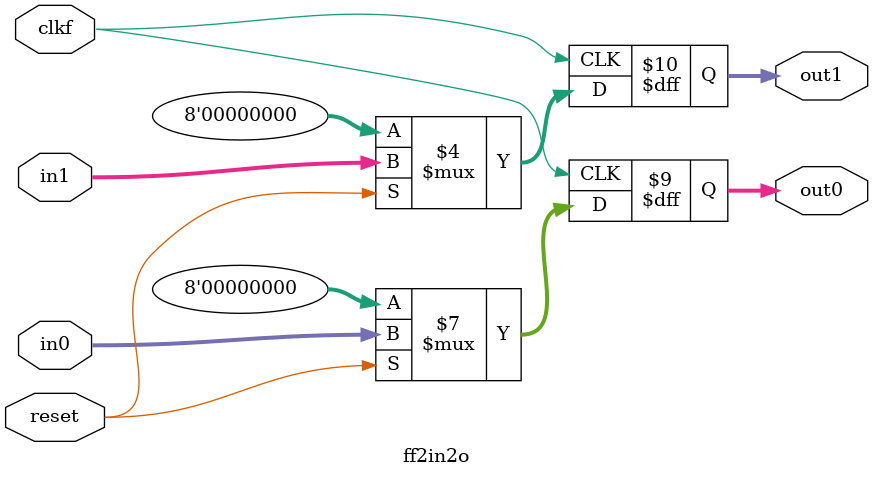
<source format=v>

`ifndef FF2IN20
`define FF2IN20

  module ff2in2o(
      input wire clkf,
      input wire reset,
      // Inputs, are 2
      input wire [7:0] in0,
      input wire [7:0] in1,
      // Outputs, are 2
      output reg [7:0] out0,
      output reg [7:0] out1
  );
  // Each positive edge of the clock make these changes
  always @(posedge clkf)
  //If this happens on a positive edge of the clock, make the following changes for the next clock edge
  begin
    // Reset synchronous
    if (reset == 0) // If reset in LOW nonblobking assing zero
    begin
      out0 <= 0;
      out1 <= 0;
    end // end if
    else begin // reset  == 1
      out0 <= in0;
      out1 <= in1;
    end // end else
  end // end always posedge clk

endmodule


  // Local Variables:
  // verilog-library-directories:("."):
  // End:
  `endif

</source>
